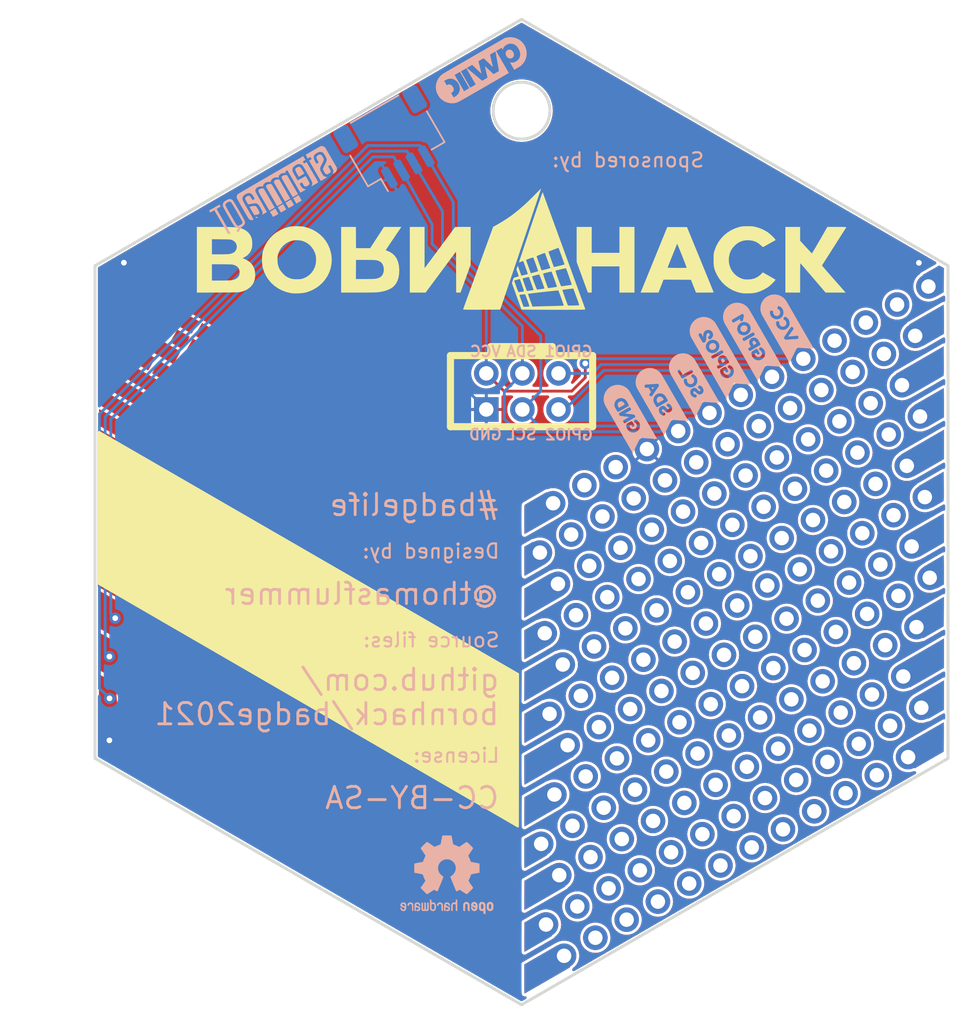
<source format=kicad_pcb>
(kicad_pcb (version 20210424) (generator pcbnew)
  (title_block (title "BornHack 2021 DIY Badge") (date "2021-06-13") (company "BornHack"))
  (layers (0 "F.Cu" signal) (31 "B.Cu" signal) (34 "B.Paste" user) (35 "F.Paste" user) (36 "B.SilkS" user "B.Silkscreen") (37 "F.SilkS" user "F.Silkscreen") (38 "B.Mask" user) (39 "F.Mask" user) (44 "Edge.Cuts" user))
  (net 0 "")
  (net 1 "GND")
  (net 2 "VCC")
  (net 3 "/SDA")
  (net 4 "/SCL")
  (net 5 "/GPIO2")
  (net 6 "/GPIO1")
  (footprint "" (layer "F.Cu") (at 80.996627 100.984856 -30)
    (fp_text reference "")
    (fp_text value "")
  )
  (footprint "badgelife_sao_v169bis:Badgelife-SAOv169-BADGE-2x3" (layer "F.Cu") (at 95 91.5)
    (fp_text reference "X1" hide)
    (fp_text value "#badgelife")
  )
  (footprint "" (layer "F.Cu") (at 94.129853 126.415296 -30)
    (fp_text reference "")
    (fp_text value "")
  )
  (footprint "" (layer "F.Cu") (at 83.13133 120.065296 -30)
    (fp_text reference "")
    (fp_text value "")
  )
  (footprint "" (layer "F.Cu") (at 80.361627 102.084704 -30)
    (fp_text reference "")
    (fp_text value "")
  )
  (footprint "Connectors:PTH_Proto_pad" (layer "F.Cu") (at 105.090001 97.771478 30)
    (fp_text reference "REF**" hide)
    (fp_text value "PTH_Proto_pad" hide)
  )
  (footprint "" (layer "F.Cu") (at 76.362067 119.090001 -30)
    (fp_text reference "")
    (fp_text value "")
  )
  (footprint "" (layer "F.Cu") (at 77.572514 91.675593 -30)
    (fp_text reference "")
    (fp_text value "")
  )
  (footprint "Connectors:PTH_Proto_pad" (layer "F.Cu") (at 104.840888 112.58 30)
    (fp_text reference "REF**" hide)
    (fp_text value "PTH_Proto_pad" hide)
  )
  (footprint "" (layer "F.Cu") (at 91.065445 103.865151 -30)
    (fp_text reference "")
    (fp_text value "")
  )
  (footprint "" (layer "F.Cu") (at 83.661186 103.989703 -30)
    (fp_text reference "")
    (fp_text value "")
  )
  (footprint "" (layer "F.Cu") (at 96.564706 107.040151 -30)
    (fp_text reference "")
    (fp_text value "")
  )
  (footprint "Connectors:PTH_Proto_pad" (layer "F.Cu") (at 101.960592 102.511183 30)
    (fp_text reference "REF**" hide)
    (fp_text value "PTH_Proto_pad" hide)
  )
  (footprint "Connectors:PTH_Proto_pad" (layer "F.Cu") (at 96.291183 102.851478 30)
    (fp_text reference "REF**" hide)
    (fp_text value "PTH_Proto_pad" hide)
  )
  (footprint "Connectors:PTH_Proto_pad" (layer "F.Cu") (at 97.31207 119.859705 30)
    (fp_text reference "REF**" hide)
    (fp_text value "PTH_Proto_pad" hide)
  )
  (footprint "" (layer "F.Cu") (at 75.837664 92.140445 -30)
    (fp_text reference "")
    (fp_text value "")
  )
  (footprint "Connectors:PTH_Proto_pad" (layer "F.Cu") (at 101.711479 117.319705 30)
    (fp_text reference "REF**" hide)
    (fp_text value "PTH_Proto_pad" hide)
  )
  (footprint "" (layer "F.Cu") (at 74.862366 98.909706 -30)
    (fp_text reference "")
    (fp_text value "")
  )
  (footprint "Connectors:PTH_Proto_pad" (layer "F.Cu") (at 100.192365 129.928523 30)
    (fp_text reference "REF**" hide)
    (fp_text value "PTH_Proto_pad" hide)
  )
  (footprint "" (layer "F.Cu") (at 85.860889 105.259706 -30)
    (fp_text reference "")
    (fp_text value "")
  )
  (footprint "" (layer "F.Cu") (at 96.499704 124.850592 -30)
    (fp_text reference "")
    (fp_text value "")
  )
  (footprint "" (layer "F.Cu") (at 77.867223 96.245149 -30)
    (fp_text reference "")
    (fp_text value "")
  )
  (footprint "" (layer "F.Cu") (at 76.702364 113.42059 -30)
    (fp_text reference "")
    (fp_text value "")
  )
  (footprint "Connectors:PTH_Proto_pad" (layer "F.Cu") (at 98.922365 127.728819 30)
    (fp_text reference "REF**" hide)
    (fp_text value "PTH_Proto_pad" hide)
  )
  (footprint "" (layer "F.Cu") (at 87.36059 125.439999 -30)
    (fp_text reference "")
    (fp_text value "")
  )
  (footprint "" (layer "F.Cu") (at 82.436775 95.950441 -30)
    (fp_text reference "")
    (fp_text value "")
  )
  (footprint "" (layer "F.Cu") (at 89.965595 103.230148 -30)
    (fp_text reference "")
    (fp_text value "")
  )
  (footprint "" (layer "F.Cu") (at 73.232659 114.350296 -30)
    (fp_text reference "")
    (fp_text value "")
  )
  (footprint "Connectors:Small_SMD_Proto_Pad" (layer "F.Cu") (at 77.107661 89.940739 -30)
    (fp_text reference "REF**" hide)
    (fp_text value "Small_SMD_Proto_Pad" hide)
  )
  (footprint "" (layer "F.Cu") (at 80.237071 94.680445 -30)
    (fp_text reference "")
    (fp_text value "")
  )
  (footprint "" (layer "F.Cu") (at 84.466333 100.055147 -30)
    (fp_text reference "")
    (fp_text value "")
  )
  (footprint "" (layer "F.Cu") (at 81.801774 97.050297 -30)
    (fp_text reference "")
    (fp_text value "")
  )
  (footprint "" (layer "F.Cu") (at 75.372811 90.405589 -30)
    (fp_text reference "")
    (fp_text value "")
  )
  (footprint "Connectors:PTH_Proto_pad" (layer "F.Cu") (at 121.417637 85.411774 30)
    (fp_text reference "REF**" hide)
    (fp_text value "PTH_Proto_pad" hide)
  )
  (footprint "Connectors:PTH_Proto_pad" (layer "F.Cu") (at 104.160296 101.241182 30)
    (fp_text reference "REF**" hide)
    (fp_text value "PTH_Proto_pad" hide)
  )
  (footprint "Connectors:PTH_Proto_pad" (layer "F.Cu") (at 123.617342 84.141773 30)
    (fp_text reference "REF**" hide)
    (fp_text value "PTH_Proto_pad" hide)
  )
  (footprint "Connectors:PTH_Proto_pad" (layer "F.Cu") (at 106.451183 120.449114 30)
    (fp_text reference "REF**" hide)
    (fp_text value "PTH_Proto_pad" hide)
  )
  (footprint "" (layer "F.Cu") (at 97.199708 105.940296 -30)
    (fp_text reference "")
    (fp_text value "")
  )
  (footprint "Connectors:PTH_Proto_pad" (layer "F.Cu") (at 111.099705 103.100592 30)
    (fp_text reference "REF**" hide)
    (fp_text value "PTH_Proto_pad" hide)
  )
  (footprint "" (layer "F.Cu") (at 75.092068 121.289704 -30)
    (fp_text reference "")
    (fp_text value "")
  )
  (footprint "Connectors:PTH_Proto_pad" (layer "F.Cu") (at 96.722661 128.998819 30)
    (fp_text reference "REF**" hide)
    (fp_text value "PTH_Proto_pad" hide)
  )
  (footprint "" (layer "F.Cu") (at 86.430886 121.970296 -30)
    (fp_text reference "")
    (fp_text value "")
  )
  (footprint "" (layer "F.Cu") (at 84.296185 102.889851 -30)
    (fp_text reference "")
    (fp_text value "")
  )
  (footprint "Connectors:PTH_Proto_pad" (layer "F.Cu") (at 121.849114 111.559114 30)
    (fp_text reference "REF**" hide)
    (fp_text value "PTH_Proto_pad" hide)
  )
  (footprint "Connectors:PTH_Proto_pad" (layer "F.Cu") (at 101.122069 126.458818 30)
    (fp_text reference "REF**" hide)
    (fp_text value "PTH_Proto_pad" hide)
  )
  (footprint "" (layer "F.Cu") (at 83.536627 96.585443 -30)
    (fp_text reference "")
    (fp_text value "")
  )
  (footprint "Connectors:PTH_Proto_pad" (layer "F.Cu") (at 105.770592 109.110296 30)
    (fp_text reference "REF**" hide)
    (fp_text value "PTH_Proto_pad" hide)
  )
  (footprint "Connectors:PTH_Proto_pad" (layer "F.Cu") (at 110.850592 117.909114 30)
    (fp_text reference "REF**" hide)
    (fp_text value "PTH_Proto_pad" hide)
  )
  (footprint "" (layer "F.Cu") (at 72.073252 88.500591 -30)
    (fp_text reference "")
    (fp_text value "")
  )
  (footprint "Connectors:Small_SMD_Proto_Pad" (layer "F.Cu") (at 74.907957 88.670739 -30)
    (fp_text reference "REF**" hide)
    (fp_text value "Small_SMD_Proto_Pad" hide)
  )
  (footprint "Connectors:Small_SMD_Proto_Pad" (layer "F.Cu") (at 69.408693 85.495737 -30)
    (fp_text reference "REF**" hide)
    (fp_text value "Small_SMD_Proto_Pad" hide)
  )
  (footprint "" (layer "F.Cu") (at 80.701921 96.415295 -30)
    (fp_text reference "")
    (fp_text value "")
  )
  (footprint "Connectors:PTH_Proto_pad" (layer "F.Cu") (at 96.631478 108.520887 30)
    (fp_text reference "REF**" hide)
    (fp_text value "PTH_Proto_pad" hide)
  )
  (footprint "LOGO" (layer "F.Cu") (at 95 81.5)
    (fp_text reference "G***" hide)
    (fp_text value "LOGO" hide)
  )
  (footprint "Connectors:PTH_Proto_pad" (layer "F.Cu") (at 103.230592 104.710887 30)
    (fp_text reference "REF**" hide)
    (fp_text value "PTH_Proto_pad" hide)
  )
  (footprint "Connectors:PTH_Proto_pad" (layer "F.Cu") (at 106.700296 105.640591 30)
    (fp_text reference "REF**" hide)
    (fp_text value "PTH_Proto_pad" hide)
  )
  (footprint "" (layer "F.Cu") (at 90.770741 99.295595 -30)
    (fp_text reference "")
    (fp_text value "")
  )
  (footprint "LOGO" (layer "F.Cu") (at 109.94 108.26)
    (fp_text reference "G***" hide)
    (fp_text value "LOGO" hide)
  )
  (footprint "" (layer "F.Cu") (at 74.102811 92.605297 -30)
    (fp_text reference "")
    (fp_text value "")
  )
  (footprint "Connectors:PTH_Proto_pad" (layer "F.Cu") (at 107.380887 116.979409 30)
    (fp_text reference "REF**" hide)
    (fp_text value "PTH_Proto_pad" hide)
  )
  (footprint "" (layer "F.Cu") (at 98.469705 103.74059 -30)
    (fp_text reference "")
    (fp_text value "")
  )
  (footprint "Connectors:PTH_Proto_pad" (layer "F.Cu") (at 113.390592 122.308523 30)
    (fp_text reference "REF**" hide)
    (fp_text value "PTH_Proto_pad" hide)
  )
  (footprint "Connectors:SMD_Proto_pad" (layer "F.Cu") (at 86.601034 119.13559 -30)
    (fp_text reference "REF**" hide)
    (fp_text value "SMD Proto pad" hide)
  )
  (footprint "Connectors:PTH_Proto_pad" (layer "F.Cu") (at 103.321774 125.188819 30)
    (fp_text reference "REF**" hide)
    (fp_text value "PTH_Proto_pad" hide)
  )
  (footprint "" (layer "F.Cu") (at 73.062511 117.185 -30)
    (fp_text reference "")
    (fp_text value "")
  )
  (footprint "Connectors:PTH_Proto_pad" (layer "F.Cu") (at 99.760887 103.781183 30)
    (fp_text reference "REF**" hide)
    (fp_text value "PTH_Proto_pad" hide)
  )
  (footprint "" (layer "F.Cu") (at 74.567661 94.340148 -30)
    (fp_text reference "")
    (fp_text value "")
  )
  (footprint "" (layer "F.Cu") (at 78.161922 100.814704 -30)
    (fp_text reference "")
    (fp_text value "")
  )
  (footprint "" (layer "F.Cu") (at 65.703841 107.070591 -30)
    (fp_text reference "")
    (fp_text value "")
  )
  (footprint "Connectors:PTH_Proto_pad" (layer "F.Cu") (at 118.288228 90.151478 30)
    (fp_text reference "REF**" hide)
    (fp_text value "PTH_Proto_pad" hide)
  )
  (footprint "Connectors:PTH_Proto_pad" (layer "F.Cu") (at 109.48941 95.231477 30)
    (fp_text reference "REF**" hide)
    (fp_text value "PTH_Proto_pad" hide)
  )
  (footprint "Connectors:PTH_Proto_pad" (layer "F.Cu") (at 106.019706 94.301773 30)
    (fp_text reference "REF**" hide)
    (fp_text value "PTH_Proto_pad" hide)
  )
  (footprint "Connectors:PTH_Proto_pad" (layer "F.Cu") (at 99.171478 112.920296 30)
    (fp_text reference "REF**" hide)
    (fp_text value "PTH_Proto_pad" hide)
  )
  (footprint "" (layer "F.Cu") (at 72.538105 90.235442 -30)
    (fp_text reference "")
    (fp_text value "")
  )
  (footprint "Connectors:PTH_Proto_pad" (layer "F.Cu") (at 110.510296 112.239705 30)
    (fp_text reference "REF**" hide)
    (fp_text value "PTH_Proto_pad" hide)
  )
  (footprint "" (layer "F.Cu") (at 82.561335 103.354706 -30)
    (fp_text reference "")
    (fp_text value "")
  )
  (footprint "Connectors:PTH_Proto_pad" (layer "F.Cu") (at 98.490888 101.581478 30)
    (fp_text reference "REF**" hide)
    (fp_text value "PTH_Proto_pad" hide)
  )
  (footprint "Connectors:Small_SMD_Proto_Pad" (layer "F.Cu") (at 85.906479 95.020742 -30)
    (fp_text reference "REF**" hide)
    (fp_text value "Small_SMD_Proto_Pad" hide)
  )
  (footprint "Connectors:Small_SMD_Proto_Pad" (layer "F.Cu") (at 80.407217 91.84574 -30)
    (fp_text reference "REF**" hide)
    (fp_text value "Small_SMD_Proto_Pad" hide)
  )
  (footprint "" (layer "F.Cu") (at 88.865743 102.595148 -30)
    (fp_text reference "")
    (fp_text value "")
  )
  (footprint "Connectors:PTH_Proto_pad" (layer "F.Cu") (at 123.119115 113.758818 30)
    (fp_text reference "REF**" hide)
    (fp_text value "PTH_Proto_pad" hide)
  )
  (footprint "" (layer "F.Cu") (at 84.990738 127.004705 -30)
    (fp_text reference "")
    (fp_text value "")
  )
  (footprint "Connectors:PTH_Proto_pad" (layer "F.Cu") (at 107.630001 102.170887 30)
    (fp_text reference "REF**" hide)
    (fp_text value "PTH_Proto_pad" hide)
  )
  (footprint "" (layer "F.Cu") (at 74.502658 112.15059 -30)
    (fp_text reference "")
    (fp_text value "")
  )
  (footprint "" (layer "F.Cu") (at 94.194853 108.604854 -30)
    (fp_text reference "")
    (fp_text value "")
  )
  (footprint "Connectors:PTH_Proto_pad" (layer "F.Cu") (at 106.791478 126.118523 30)
    (fp_text reference "REF**" hide)
    (fp_text value "PTH_Proto_pad" hide)
  )
  (footprint "" (layer "F.Cu") (at 90.830295 124.510296 -30)
    (fp_text reference "")
    (fp_text value "")
  )
  (footprint "" (layer "F.Cu") (at 75.262216 118.455001 -30)
    (fp_text reference "")
    (fp_text value "")
  )
  (footprint "Connectors:PTH_Proto_pad" (layer "F.Cu") (at 123.368228 98.950296 30)
    (fp_text reference "REF**" hide)
    (fp_text value "PTH_Proto_pad" hide)
  )
  (footprint "Connectors:PTH_Proto_pad" (layer "F.Cu") (at 111.44 108.77 30)
    (fp_text reference "REF**" hide)
    (fp_text value "PTH_Proto_pad" hide)
  )
  (footprint "" (layer "F.Cu") (at 89.390146 129.544704 -30)
    (fp_text reference "")
    (fp_text value "")
  )
  (footprint "Connectors:PTH_Proto_pad" (layer "F.Cu") (at 104.591774 127.388523 30)
    (fp_text reference "REF**" hide)
    (fp_text value "PTH_Proto_pad" hide)
  )
  (footprint "" (layer "F.Cu") (at 75.432362 115.620295 -30)
    (fp_text reference "")
    (fp_text value "")
  )
  (footprint "Connectors:PTH_Proto_pad" (layer "F.Cu") (at 111.689114 93.961478 30)
    (fp_text reference "REF**" hide)
    (fp_text value "PTH_Proto_pad" hide)
  )
  (footprint "" (layer "F.Cu") (at 88.060595 106.529705 -30)
    (fp_text reference "")
    (fp_text value "")
  )
  (footprint "" (layer "F.Cu") (at 83.301477 117.230592 -30)
    (fp_text reference "")
    (fp_text value "")
  )
  (footprint "" (layer "F.Cu") (at 84.231182 120.700297 -30)
    (fp_text reference "")
    (fp_text value "")
  )
  (footprint "Connectors:PTH_Proto_pad" (layer "F.Cu") (at 101.030888 105.980886 30)
    (fp_text reference "REF**" hide)
    (fp_text value "PTH_Proto_pad" hide)
  )
  (footprint "" (layer "F.Cu") (at 79.831773 118.160297 -30)
    (fp_text reference "")
    (fp_text value "")
  )
  (footprint "Connectors:PTH_Proto_pad" (layer "F.Cu") (at 119.217932 86.681773 30)
    (fp_text reference "REF**" hide)
    (fp_text value "PTH_Proto_pad" hide)
  )
  (footprint "" (layer "F.Cu") (at 76.937513 92.775443 -30)
    (fp_text reference "")
    (fp_text value "")
  )
  (footprint "" (layer "F.Cu") (at 86.201183 99.590295 -30)
    (fp_text reference "")
    (fp_text value "")
  )
  (footprint "" (layer "F.Cu") (at 89.500745 101.495298 -30)
    (fp_text reference "")
    (fp_text value "")
  )
  (footprint "Connectors:Small_SMD_Proto_Pad" (layer "F.Cu") (at 87.006331 95.655737 -30)
    (fp_text reference "REF**" hide)
    (fp_text value "Small_SMD_Proto_Pad" hide)
  )
  (footprint "" (layer "F.Cu") (at 82.266627 98.785148 -30)
    (fp_text reference "")
    (fp_text value "")
  )
  (footprint "Connectors:PTH_Proto_pad" (layer "F.Cu") (at 101.371183 111.650296 30)
    (fp_text reference "REF**" hide)
    (fp_text value "PTH_Proto_pad" hide)
  )
  (footprint "" (layer "F.Cu") (at 65.363544 112.740001 -30)
    (fp_text reference "")
    (fp_text value "")
  )
  (footprint "" (layer "F.Cu") (at 74.332512 114.985297 -30)
    (fp_text reference "")
    (fp_text value "")
  )
  (footprint "" (layer "F.Cu") (at 96.270004 102.470591 -30)
    (fp_text reference "")
    (fp_text value "")
  )
  (footprint "Connectors:PTH_Proto_pad" (layer "F.Cu") (at 110.419114 91.761773 30)
    (fp_text reference "REF**" hide)
    (fp_text value "PTH_Proto_pad" hide)
  )
  (footprint "Connectors:PTH_Proto_pad" (layer "F.Cu") (at 110.170001 106.570296 30)
    (fp_text reference "REF**" hide)
    (fp_text value "PTH_Proto_pad" hide)
  )
  (footprint "" (layer "F.Cu") (at 95.635002 103.570442 -30)
    (fp_text reference "")
    (fp_text value "")
  )
  (footprint "" (layer "F.Cu") (at 80.59133 124.464703 -30)
    (fp_text reference "")
    (fp_text value "")
  )
  (footprint "Connectors:Small_SMD_Proto_Pad" (layer "F.Cu") (at 65.009289 82.955739 -30)
    (fp_text reference "REF**" hide)
    (fp_text value "Small_SMD_Proto_Pad" hide)
  )
  (footprint "Connectors:PTH_Proto_pad" (layer "F.Cu") (at 106.110887 114.779705 30)
    (fp_text reference "REF**" hide)
    (fp_text value "PTH_Proto_pad" hide)
  )
  (footprint "" (layer "F.Cu") (at 97.834704 104.840444 -30)
    (fp_text reference "")
    (fp_text value "")
  )
  (footprint "" (layer "F.Cu") (at 73.467809 93.705147 -30)
    (fp_text reference "")
    (fp_text value "")
  )
  (footprint "" (layer "F.Cu") (at 86.260739 124.805002 -30)
    (fp_text reference "")
    (fp_text value "")
  )
  (footprint "" (layer "F.Cu") (at 81.691182 125.099705 -30)
    (fp_text reference "")
    (fp_text value "")
  )
  (footprint "Connectors:Small_SMD_Proto_Pad" (layer "F.Cu") (at 71.608404 86.765741 -30)
    (fp_text reference "REF**" hide)
    (fp_text value "Small_SMD_Proto_Pad" hide)
  )
  (footprint "" (layer "F.Cu") (at 72.197807 95.904852 -30)
    (fp_text reference "")
    (fp_text value "")
  )
  (footprint "" (layer "F.Cu") (at 77.062072 100.179705 -30)
    (fp_text reference "")
    (fp_text value "")
  )
  (footprint "Connectors:PTH_Proto_pad" (layer "F.Cu") (at 115.590297 121.038523 30)
    (fp_text reference "REF**" hide)
    (fp_text value "PTH_Proto_pad" hide)
  )
  (footprint "Connectors:PTH_Proto_pad" (layer "F.Cu") (at 101.620297 96.841773 30)
    (fp_text reference "REF**" hide)
    (fp_text value "PTH_Proto_pad" hide)
  )
  (footprint "" (layer "F.Cu") (at 79.772216 92.94559 -30)
    (fp_text reference "")
    (fp_text value "")
  )
  (footprint "Connectors:PTH_Proto_pad" (layer "F.Cu") (at 121.508819 105.889705 30)
    (fp_text reference "REF**" hide)
    (fp_text value "PTH_Proto_pad" hide)
  )
  (footprint "Connectors:Small_SMD_Proto_Pad" (layer "F.Cu") (at 89.206036 96.925741 -30)
    (fp_text reference "REF**" hide)
    (fp_text value "Small_SMD_Proto_Pad" hide)
  )
  (footprint "Connectors:PTH_Proto_pad" (layer "F.Cu") (at 98.582069 122.05941 30)
    (fp_text reference "REF**" hide)
    (fp_text value "PTH_Proto_pad" hide)
  )
  (footprint "Connectors:PTH_Proto_pad" (layer "F.Cu") (at 120.238819 103.690001 30)
    (fp_text reference "REF**" hide)
    (fp_text value "PTH_Proto_pad" hide)
  )
  (footprint "" (layer "F.Cu") (at 95.929708 108.139999 -30)
    (fp_text reference "")
    (fp_text value "")
  )
  (footprint "" (layer "F.Cu") (at 64.204137 86.890297 -30)
    (fp_text reference "")
    (fp_text value "")
  )
  (footprint "" (layer "F.Cu") (at 65.598694 92.094855 -30)
    (fp_text reference "")
    (fp_text value "")
  )
  (footprint "" (layer "F.Cu") (at 77.402364 94.510295 -30)
    (fp_text reference "")
    (fp_text value "")
  )
  (footprint "" (layer "F.Cu") (at 70.633108 93.535002 -30)
    (fp_text reference "")
    (fp_text value "")
  )
  (footprint "Connectors:Small_SMD_Proto_Pad" (layer "F.Cu") (at 72.708254 87.400737 -30)
    (fp_text reference "REF**" hide)
    (fp_text value "Small_SMD_Proto_Pad" hide)
  )
  (footprint "Connectors:PTH_Proto_pad" (layer "F.Cu") (at 102.392069 128.658523 30)
    (fp_text reference "REF**" hide)
    (fp_text value "PTH_Proto_pad" hide)
  )
  (footprint "" (layer "F.Cu") (at 97.599556 125.485591 -30)
    (fp_text reference "")
    (fp_text value "")
  )
  (footprint "" (layer "F.Cu") (at 71.73296 94.17 -30)
    (fp_text reference "")
    (fp_text value "")
  )
  (footprint "Connectors:PTH_Proto_pad" (layer "F.Cu") (at 123.708524 104.619705 30)
    (fp_text reference "REF**" hide)
    (fp_text value "PTH_Proto_pad" hide)
  )
  (footprint "" (layer "F.Cu") (at 70.862805 115.915001 -30)
    (fp_text reference "")
    (fp_text value "")
  )
  (footprint "" (layer "F.Cu") (at 73.637957 90.870444 -30)
    (fp_text reference "")
    (fp_text value "")
  )
  (footprint "Connectors:PTH_Proto_pad" (layer "F.Cu") (at 119.64941 112.829114 30)
    (fp_text reference "REF**" hide)
    (fp_text value "PTH_Proto_pad" hide)
  )
  (footprint "Connectors:PTH_Proto_pad" (layer "F.Cu") (at 96.382364 123.329409 30)
    (fp_text reference "REF**" hide)
    (fp_text value "PTH_Proto_pad" hide)
  )
  (footprint "" (layer "F.Cu") (at 81.166774 98.150146 -30)
    (fp_text reference "")
    (fp_text value "")
  )
  (footprint "" (layer "F.Cu") (at 86.090592 127.639705 -30)
    (fp_text reference "")
    (fp_text value "")
  )
  (footprint "" (layer "F.Cu") (at 74.272955 89.77059 -30)
    (fp_text reference "")
    (fp_text value "")
  )
  (footprint "" (layer "F.Cu") (at 76.532215 116.255295 -30)
    (fp_text reference "")
    (fp_text value "")
  )
  (footprint "" (layer "F.Cu") (at 94.535151 102.935445 -30)
    (fp_text reference "")
    (fp_text value "")
  )
  (footprint "Connectors:PTH_Proto_pad" (layer "F.Cu") (at 102.890297 99.041478 30)
    (fp_text reference "REF**" hide)
    (fp_text value "PTH_Proto_pad" hide)
  )
  (footprint "" (layer "F.Cu") (at 76.132365 96.71 -30)
    (fp_text reference "")
    (fp_text value "")
  )
  (footprint "" (layer "F.Cu") (at 84.931188 101.790002 -30)
    (fp_text reference "")
    (fp_text value "")
  )
  (footprint "Connectors:PTH_Proto_pad" (layer "F.Cu") (at 99.420592 98.111773 30)
    (fp_text reference "REF**" hide)
    (fp_text value "PTH_Proto_pad" hide)
  )
  (footprint "Connectors:PTH_Proto_pad" (layer "F.Cu") (at 113.888819 92.691478 30)
    (fp_text reference "REF**" hide)
    (fp_text value "PTH_Proto_pad" hide)
  )
  (footprint "Connectors:PTH_Proto_pad" (layer "F.Cu") (at 108.21941 93.031774 30)
    (fp_text reference "REF**" hide)
    (fp_text value "PTH_Proto_pad" hide)
  )
  (footprint "Connectors:PTH_Proto_pad" (layer "F.Cu") (at 116.520001 117.568819 30)
    (fp_text reference "REF**" hide)
    (fp_text value "PTH_Proto_pad" hide)
  )
  (footprint "Connectors:PTH_Proto_pad" (layer "F.Cu") (at 116.088524 91.421477 30)
    (fp_text reference "REF**" hide)
    (fp_text value "PTH_Proto_pad" hide)
  )
  (footprint "" (layer "F.Cu") (at 70.803256 90.700295 -30)
    (fp_text reference "")
    (fp_text value "")
  )
  (footprint "" (layer "F.Cu") (at 64.668991 88.625147 -30)
    (fp_text reference "")
    (fp_text value "")
  )
  (footprint "Connectors:PTH_Proto_pad" (layer "F.Cu") (at 107.289705 96.501478 30)
    (fp_text reference "REF**" hide)
    (fp_text value "PTH_Proto_pad" hide)
  )
  (footprint "Connectors:Small_SMD_Proto_Pad" (layer "F.Cu") (at 66.10914 83.59074 -30)
    (fp_text reference "REF**" hide)
    (fp_text value "Small_SMD_Proto_Pad" hide)
  )
  (footprint "" (layer "F.Cu") (at 79.431922 98.614999 -30)
    (fp_text reference "")
    (fp_text value "")
  )
  (footprint "" (layer "F.Cu") (at 72.367959 93.070148 -30)
    (fp_text reference "")
    (fp_text value "")
  )
  (footprint "Connectors:PTH_Proto_pad" (layer "F.Cu") (at 109.240297 110.040001 30)
    (fp_text reference "REF**" hide)
    (fp_text value "PTH_Proto_pad" hide)
  )
  (footprint "Connectors:PTH_Proto_pad" (layer "F.Cu") (at 112.710001 110.969705 30)
    (fp_text reference "REF**" hide)
    (fp_text value "PTH_Proto_pad" hide)
  )
  (footprint "" (layer "F.Cu") (at 88.230738 103.695 -30)
    (fp_text reference "")
    (fp_text value "")
  )
  (footprint "Connectors:PTH_Proto_pad" (layer "F.Cu") (at 113.980001 113.169409 30)
    (fp_text reference "REF**" hide)
    (fp_text value "PTH_Proto_pad" hide)
  )
  (footprint "Connectors:Small_SMD_Proto_Pad" (layer "F.Cu") (at 76.00781 89.30574 -30)
    (fp_text reference "REF**" hide)
    (fp_text value "Small_SMD_Proto_Pad" hide)
  )
  (footprint "" (layer "F.Cu") (at 88.290296 128.909705 -30)
    (fp_text reference "")
    (fp_text value "")
  )
  (footprint "Connectors:PTH_Proto_pad" (layer "F.Cu") (at 108.559706 98.701182 30)
    (fp_text reference "REF**" hide)
    (fp_text value "PTH_Proto_pad" hide)
  )
  (footprint "" (layer "F.Cu") (at 74.162365 117.820001 -30)
    (fp_text reference "")
    (fp_text value "")
  )
  (footprint "" (layer "F.Cu") (at 78.037367 93.410445 -30)
    (fp_text reference "")
    (fp_text value "")
  )
  (footprint "Connectors:PTH_Proto_pad" (layer "F.Cu") (at 119.898524 98.020591 30)
    (fp_text reference "REF**" hide)
    (fp_text value "PTH_Proto_pad" hide)
  )
  (footprint "" (layer "F.Cu") (at 73.002957 91.970294 -30)
    (fp_text reference "")
    (fp_text value "")
  )
  (footprint "Connectors:PTH_Proto_pad" (layer "F.Cu") (at 114.909705 109.699705 30)
    (fp_text reference "REF**" hide)
    (fp_text value "PTH_Proto_pad" hide)
  )
  (footprint "" (layer "F.Cu") (at 88.571038 98.025591 -30)
    (fp_text reference "")
    (fp_text value "")
  )
  (footprint "" (layer "F.Cu") (at 84.061035 123.535 -30)
    (fp_text reference "")
    (fp_text value "")
  )
  (footprint "Connectors:PTH_Proto_pad" (layer "F.Cu") (at 107.721183 122.648818 30)
    (fp_text reference "REF**" hide)
    (fp_text value "PTH_Proto_pad" hide)
  )
  (footprint "" (layer "F.Cu") (at 97.369852 103.105593 -30)
    (fp_text reference "")
    (fp_text value "")
  )
  (footprint "" (layer "F.Cu") (at 79.491477 123.829704 -30)
    (fp_text reference "")
    (fp_text value "")
  )
  (footprint "" (layer "F.Cu") (at 86.836185 98.490442 -30)
    (fp_text reference "")
    (fp_text value "")
  )
  (footprint "Connectors:PTH_Proto_pad" (layer "F.Cu") (at 118.37941 110.62941 30)
    (fp_text reference "REF**" hide)
    (fp_text value "PTH_Proto_pad" hide)
  )
  (footprint "" (layer "F.Cu") (at 87.301038 100.225298 -30)
    (fp_text reference "")
    (fp_text value "")
  )
  (footprint "Connectors:PTH_Proto_pad" (layer "F.Cu") (at 115.499114 100.560592 30)
    (fp_text reference "REF**" hide)
    (fp_text value "PTH_Proto_pad" hide)
  )
  (footprint "" (layer "F.Cu") (at 77.232219 97.344999 -30)
    (fp_text reference "")
    (fp_text value "")
  )
  (footprint "Connectors:PTH_Proto_pad" (layer "F.Cu") (at 102.981478 119.519409 30)
    (fp_text reference "REF**" hide)
    (fp_text value "PTH_Proto_pad" hide)
  )
  (footprint "" (layer "F.Cu") (at 80.066922 97.515146 -30)
    (fp_text reference "")
    (fp_text value "")
  )
  (footprint "" (layer "F.Cu") (at 81.861328 122.265 -30)
    (fp_text reference "")
    (fp_text value "")
  )
  (footprint "" (layer "F.Cu") (at 77.632068 116.890295 -30)
    (fp_text reference "")
    (fp_text value "")
  )
  (footprint "" (layer "F.Cu") (at 85.160887 124.17 -30)
    (fp_text reference "")
    (fp_text value "")
  )
  (footprint "" (layer "F.Cu") (at 78.902068 114.690592 -30)
    (fp_text reference "")
    (fp_text value "")
  )
  (footprint "Connectors:PTH_Proto_pad" (layer "F.Cu") (at 97.561183 105.051182 30)
    (fp_text reference "REF**" hide)
    (fp_text value "PTH_Proto_pad" hide)
  )
  (footprint "" (layer "F.Cu") (at 75.602513 112.78559 -30)
    (fp_text reference "")
    (fp_text value "")
  )
  (footprint "" (layer "F.Cu") (at 84.761036 104.624705 -30)
    (fp_text reference "")
    (fp_text value "")
  )
  (footprint "Connectors:PTH_Proto_pad" (layer "F.Cu") (at 107.040592 111.310001 30)
    (fp_text reference "REF**" hide)
    (fp_text value "PTH_Proto_pad" hide)
  )
  (footprint "Connectors:PTH_Proto_pad" (layer "F.Cu") (at 122.687637 87.611478 30)
    (fp_text reference "REF**" hide)
    (fp_text value "PTH_Proto_pad" hide)
  )
  (footprint "" (layer "F.Cu") (at 75.032516 96.075003 -30)
    (fp_text reference "")
    (fp_text value "")
  )
  (footprint "" (layer "F.Cu") (at 80.87207 93.580589 -30)
    (fp_text reference "")
    (fp_text value "")
  )
  (footprint "" (layer "F.Cu") (at 96.329557 127.685297 -30)
    (fp_text reference "")
    (fp_text value "")
  )
  (footprint "Connectors:PTH_Proto_pad" (layer "F.Cu") (at 108.650888 119.179114 30)
    (fp_text reference "REF**" hide)
    (fp_text value "PTH_Proto_pad" hide)
  )
  (footprint "Connectors:Small_SMD_Proto_Pad" (layer "F.Cu") (at 82.606922 93.115738 -30)
    (fp_text reference "REF**" hide)
    (fp_text value "Small_SMD_Proto_Pad" hide)
  )
  (footprint "" (layer "F.Cu") (at 82.031477 119.430296 -30)
    (fp_text reference "")
    (fp_text value "")
  )
  (footprint "" (layer "F.Cu") (at 93.959703 129.25 -30)
    (fp_text reference "")
    (fp_text value "")
  )
  (footprint "" (layer "F.Cu") (at 95.229705 127.050296 -30)
    (fp_text reference "")
    (fp_text value "")
  )
  (footprint "" (layer "F.Cu") (at 76.767366 95.610148 -30)
    (fp_text reference "")
    (fp_text value "")
  )
  (footprint "" (layer "F.Cu") (at 78.332073 97.979999 -30)
    (fp_text reference "")
    (fp_text value "")
  )
  (footprint "" (layer "F.Cu") (at 94.365003 105.770146 -30)
    (fp_text reference "")
    (fp_text value "")
  )
  (footprint "" (layer "F.Cu") (at 82.731477 100.520001 -30)
    (fp_text reference "")
    (fp_text value "")
  )
  (footprint "" (layer "F.Cu") (at 85.396036 103.52485 -30)
    (fp_text reference "")
    (fp_text value "")
  )
  (footprint "" (layer "F.Cu") (at 72.132808 113.715297 -30)
    (fp_text reference "")
    (fp_text value "")
  )
  (footprint "Connectors:PTH_Proto_pad" (layer "F.Cu") (at 107.970296 107.840296 30)
    (fp_text reference "REF**" hide)
    (fp_text value "PTH_Proto_pad" hide)
  )
  (footprint "Connectors:PTH_Proto_pad" (layer "F.Cu") (at 108.991183 124.848523 30)
    (fp_text reference "REF**" hide)
    (fp_text value "PTH_Proto_pad" hide)
  )
  (footprint "Connectors:PTH_Proto_pad" (layer "F.Cu") (at 98.831183 107.250887 30)
    (fp_text reference "REF**" hide)
    (fp_text value "PTH_Proto_pad" hide)
  )
  (footprint "" (layer "F.Cu") (at 87.530738 122.605295 -30)
    (fp_text reference "")
    (fp_text value "")
  )
  (footprint "" (layer "F.Cu") (at 83.366481 99.420149 -30)
    (fp_text reference "")
    (fp_text value "")
  )
  (footprint "" (layer "F.Cu") (at 78.731921 117.525295 -30)
    (fp_text reference "")
    (fp_text value "")
  )
  (footprint "Connectors:Small_SMD_Proto_Pad" (layer "F.Cu") (at 78.207514 90.575741 -30)
    (fp_text reference "REF**" hide)
    (fp_text value "Small_SMD_Proto_Pad" hide)
  )
  (footprint "" (layer "F.Cu") (at 76.472663 91.040592 -30)
    (fp_text reference "")
    (fp_text value "")
  )
  (footprint "" (layer "F.Cu") (at 82.791033 125.734705 -30)
    (fp_text reference "")
    (fp_text value "")
  )
  (footprint "Connectors:PTH_Proto_pad" (layer "F.Cu") (at 111.780297 114.43941 30)
    (fp_text reference "REF**" hide)
    (fp_text value "PTH_Proto_pad" hide)
  )
  (footprint "Connectors:PTH_Proto_pad" (layer "F.Cu") (at 123.027932 93.280887 30)
    (fp_text reference "REF**" hide)
    (fp_text value "PTH_Proto_pad" hide)
  )
  (footprint "" (layer "F.Cu") (at 75.497368 97.809852 -30)
    (fp_text reference "")
    (fp_text value "")
  )
  (footprint "" (layer "F.Cu") (at 69.7034 90.065295 -30)
    (fp_text reference "")
    (fp_text value "")
  )
  (footprint "Connectors:PTH_Proto_pad" (layer "F.Cu") (at 117.790001 119.768523 30)
    (fp_text reference "REF**" hide)
    (fp_text value "PTH_Proto_pad" hide)
  )
  (footprint "" (layer "F.Cu") (at 87.765891 101.960146 -30)
    (fp_text reference "")
    (fp_text value "")
  )
  (footprint "Connectors:PTH_Proto_pad" (layer "F.Cu") (at 118.628523 95.820887 30)
    (fp_text reference "REF**" hide)
    (fp_text value "PTH_Proto_pad" hide)
  )
  (footprint "Connectors:PTH_Proto_pad" (layer "F.Cu") (at 122.438523 102.42 30)
    (fp_text reference "REF**" hide)
    (fp_text value "PTH_Proto_pad" hide)
  )
  (footprint "Connectors:PTH_Proto_pad" (layer "F.Cu") (at 120.579114 109.359409 30)
    (fp_text reference "REF**" hide)
    (fp_text value "PTH_Proto_pad" hide)
  )
  (footprint "" (layer "F.Cu") (at 85.271481 96.120592 -30)
    (fp_text reference "")
    (fp_text value "")
  )
  (footprint "" (layer "F.Cu") (at 84.40133 117.865593 -30)
    (fp_text reference "")
    (fp_text value "")
  )
  (footprint "" (layer "F.Cu") (at 89.035886 99.760443 -30)
    (fp_text reference "")
    (fp_text value "")
  )
  (footprint "" (layer "F.Cu") (at 76.191921 121.924706 -30)
    (fp_text reference "")
    (fp_text value "")
  )
  (footprint "" (layer "F.Cu") (at 75.20266 93.240296 -30)
    (fp_text reference "")
    (fp_text value "")
  )
  (footprint "Connectors:PTH_Proto_pad" (layer "F.Cu") (at 98.241774 116.39 30)
    (fp_text reference "REF**" hide)
    (fp_text value "PTH_Proto_pad" hide)
  )
  (footprint "" (layer "F.Cu") (at 81.336925 95.315444 -30)
    (fp_text reference "")
    (fp_text value "")
  )
  (footprint "" (layer "F.Cu") (at 85.501181 118.500591 -30)
    (fp_text reference "")
    (fp_text value "")
  )
  (footprint "Connectors:PTH_Proto_pad" (layer "F.Cu") (at 114.320296 118.838819 30)
    (fp_text reference "REF**" hide)
    (fp_text value "PTH_Proto_pad" hide)
  )
  (footprint "Connectors:Small_SMD_Proto_Pad" (layer "F.Cu") (at 83.706775 93.750742 -30)
    (fp_text reference "REF**" hide)
    (fp_text value "Small_SMD_Proto_Pad" hide)
  )
  (footprint "" (layer "F.Cu") (at 79.602074 95.780298 -30)
    (fp_text reference "")
    (fp_text value "")
  )
  (footprint "Connectors:PTH_Proto_pad" (layer "F.Cu") (at 113.639706 107.500001 30)
    (fp_text reference "REF**" hide)
    (fp_text value "PTH_Proto_pad" hide)
  )
  (footprint "Connectors:PTH_Proto_pad" (layer "F.Cu") (at 105.521478 123.918818 30)
    (fp_text reference "REF**" hide)
    (fp_text value "PTH_Proto_pad" hide)
  )
  (footprint "Connectors:PTH_Proto_pad" (layer "F.Cu") (at 102.051774 122.989114 30)
    (fp_text reference "REF**" hide)
    (fp_text value "PTH_Proto_pad" hide)
  )
  (footprint "" (layer "F.Cu") (at 96.15941 130.52 -30)
    (fp_text reference "")
    (fp_text value "")
  )
  (footprint "" (layer "F.Cu") (at 64.093545 114.939705 -30)
    (fp_text reference "")
    (fp_text value "")
  )
  (footprint "Connectors:PTH_Proto_pad" (layer "F.Cu") (at 103.820001 95.571774 30)
    (fp_text reference "REF**" hide)
    (fp_text value "PTH_Proto_pad" hide)
  )
  (footprint "Connectors:PTH_Proto_pad" (layer "F.Cu") (at 106.360001 99.971183 30)
    (fp_text reference "REF**" hide)
    (fp_text value "PTH_Proto_pad" hide)
  )
  (footprint "" (layer "F.Cu") (at 82.901625 97.685295 -30)
    (fp_text reference "")
    (fp_text value "")
  )
  (footprint "" (layer "F.Cu") (at 81.101773 115.96059 -30)
    (fp_text reference "")
    (fp_text value "")
  )
  (footprint "" (layer "F.Cu") (at 98.69941 126.120592 -30)
    (fp_text reference "")
    (fp_text value "")
  )
  (footprint "" (layer "F.Cu") (at 64.498842 91.459852 -30)
    (fp_text reference "")
    (fp_text value "")
  )
  (footprint "" (layer "F.Cu") (at 89.730444 123.875295 -30)
    (fp_text reference "")
    (fp_text value "")
  )
  (footprint "Connectors:PTH_Proto_pad" (layer "F.Cu") (at 99.511774 118.589705 30)
    (fp_text reference "REF**" hide)
    (fp_text value "PTH_Proto_pad" hide)
  )
  (footprint "" (layer "F.Cu") (at 72.83281 94.805001 -30)
    (fp_text reference "")
    (fp_text value "")
  )
  (footprint "" (layer "F.Cu") (at 96.099855 105.305297 -30)
    (fp_text reference "")
    (fp_text value "")
  )
  (footprint "" (layer "F.Cu") (at 79.661626 120.995001 -30)
    (fp_text reference "")
    (fp_text value "")
  )
  (footprint "" (layer "F.Cu") (at 89.330593 104.33 -30)
    (fp_text reference "")
    (fp_text value "")
  )
  (footprint "" (layer "F.Cu") (at 65.47414 84.690593 -30)
    (fp_text reference "")
    (fp_text value "")
  )
  (footprint "Connectors:PTH_Proto_pad" (layer "F.Cu") (at 105.430297 103.440887 30)
    (fp_text reference "REF**" hide)
    (fp_text value "PTH_Proto_pad" hide)
  )
  (footprint "Connectors:PTH_Proto_pad" (layer "F.Cu") (at 122.189409 117.228523 30)
    (fp_text reference "REF**" hide)
    (fp_text value "PTH_Proto_pad" hide)
  )
  (footprint "Connectors:PTH_Proto_pad" (layer "F.Cu") (at 122.098228 96.750592 30)
    (fp_text reference "REF**" hide)
    (fp_text value "PTH_Proto_pad" hide)
  )
  (footprint "" (layer "F.Cu") (at 75.667515 94.975149 -30)
    (fp_text reference "")
    (fp_text value "")
  )
  (footprint "" (layer "F.Cu") (at 77.291772 122.559705 -30)
    (fp_text reference "")
    (fp_text value "")
  )
  (footprint "" (layer "F.Cu") (at 80.931624 118.795296 -30)
    (fp_text reference "")
    (fp_text value "")
  )
  (footprint "" (layer "F.Cu") (at 83.196334 102.254851 -30)
    (fp_text reference "")
    (fp_text value "")
  )
  (footprint "Connectors:Small_SMD_Proto_Pad" (layer "F.Cu") (at 73.808106 88.035738 -30)
    (fp_text reference "REF**" hide)
    (fp_text value "Small_SMD_Proto_Pad" hide)
  )
  (footprint "Connectors:PTH_Proto_pad" (layer "F.Cu") (at 114.56941 104.030296 30)
    (fp_text reference "REF**" hide)
    (fp_text value "PTH_Proto_pad" hide)
  )
  (footprint "" (layer "F.Cu") (at 78.391624 123.194706 -30)
    (fp_text reference "")
    (fp_text value "")
  )
  (footprint "Connectors:SMD_Proto_pad" (layer "F.Cu") (at 73.402808 111.515592 -30)
    (fp_text reference "REF**" hide)
    (fp_text value "SMD Proto pad" hide)
  )
  (footprint "Connectors:PTH_Proto_pad" (layer "F.Cu") (at 116.769115 102.760295 30)
    (fp_text reference "REF**" hide)
    (fp_text value "PTH_Proto_pad" hide)
  )
  (footprint "Connectors:SMD_Proto_pad" (layer "F.Cu") (at 77.802215 114.055592 -30)
    (fp_text reference "REF**" hide)
    (fp_text value "SMD Proto pad" hide)
  )
  (footprint "" (layer "F.Cu") (at 84.171628 95.485591 -30)
    (fp_text reference "")
    (fp_text value "")
  )
  (footprint "" (layer "F.Cu") (at 85.736334 97.855444 -30)
    (fp_text reference "")
    (fp_text value "")
  )
  (footprint "" (layer "F.Cu") (at 82.096478 101.619852 -30)
    (fp_text reference "")
    (fp_text value "")
  )
  (footprint "Connectors:PTH_Proto_pad" (layer "F.Cu") (at 100.101182 109.450591 30)
    (fp_text reference "REF**" hide)
    (fp_text value "PTH_Proto_pad" hide)
  )
  (footprint "" (layer "F.Cu") (at 87.130889 103.059998 -30)
    (fp_text reference "")
    (fp_text value "")
  )
  (footprint "Connectors:PTH_Proto_pad" (layer "F.Cu") (at 100.441478 115.120001 30)
    (fp_text reference "REF**" hide)
    (fp_text value "PTH_Proto_pad" hide)
  )
  (footprint "" (layer "F.Cu") (at 87.190443 128.274705 -30)
    (fp_text reference "")
    (fp_text value "")
  )
  (footprint "" (layer "F.Cu") (at 81.971923 94.21559 -30)
    (fp_text reference "")
    (fp_text value "")
  )
  (footprint "" (layer "F.Cu") (at 86.031036 102.425001 -30)
    (fp_text reference "")
    (fp_text value "")
  )
  (footprint "" (layer "F.Cu") (at 78.502219 95.145297 -30)
    (fp_text reference "")
    (fp_text value "")
  )
  (footprint "" (layer "F.Cu") (at 79.261776 101.449703 -30)
    (fp_text reference "")
    (fp_text value "")
  )
  (footprint "" (layer "F.Cu") (at 78.796924 99.714852 -30)
    (fp_text reference "")
    (fp_text value "")
  )
  (footprint "" (layer "F.Cu") (at 73.992216 120.654706 -30)
    (fp_text reference "")
    (fp_text value "")
  )
  (footprint "" (layer "F.Cu") (at 73.29766 96.539851 -30)
    (fp_text reference "")
    (fp_text value "")
  )
  (footprint "" (layer "F.Cu") (at 78.672365 92.310592 -30)
    (fp_text reference "")
    (fp_text value "")
  )
  (footprint "" (layer "F.Cu") (at 80.761478 121.63 -30)
    (fp_text reference "")
    (fp_text value "")
  )
  (footprint "" (layer "F.Cu") (at 71.79251 119.384706 -30)
    (fp_text reference "")
    (fp_text value "")
  )
  (footprint "Connectors:PTH_Proto_pad" (layer "F.Cu") (at 103.911182 116.049705 30)
    (fp_text reference "REF**" hide)
    (fp_text value "PTH_Proto_pad" hide)
  )
  (footprint "" (layer "F.Cu") (at 85.331033 121.335297 -30)
    (fp_text reference "")
    (fp_text value "")
  )
  (footprint "Connectors:PTH_Proto_pad" (layer "F.Cu") (at 118.719706 116.298818 30)
    (fp_text reference "REF**" hide)
    (fp_text value "PTH_Proto_pad" hide)
  )
  (footprint "Connectors:PTH_Proto_pad" (layer "F.Cu") (at 104.251479 121.719114 30)
    (fp_text reference "REF**" hide)
    (fp_text value "PTH_Proto_pad" hide)
  )
  (footprint "Connectors:PTH_Proto_pad" (layer "F.Cu") (at 97.652365 125.529114 30)
    (fp_text reference "REF**" hide)
    (fp_text value "PTH_Proto_pad" hide)
  )
  (footprint "Connectors:PTH_Proto_pad" (layer "F.Cu") (at 108.310592 113.509704 30)
    (fp_text reference "REF**" hide)
    (fp_text value "PTH_Proto_pad" hide)
  )
  (footprint "" (layer "F.Cu") (at 88.400891 100.860296 -30)
    (fp_text reference "")
    (fp_text value "")
  )
  (footprint "" (layer "F.Cu") (at 69.998103 94.634852 -30)
    (fp_text reference "")
    (fp_text value "")
  )
  (footprint "" (layer "F.Cu") (at 89.160444 107.164706 -30)
    (fp_text reference "")
    (fp_text value "")
  )
  (footprint "Connectors:PTH_Proto_pad" (layer "F.Cu") (at 112.029411 99.630887 30)
    (fp_text reference "REF**" hide)
    (fp_text value "PTH_Proto_pad" hide)
  )
  (footprint "" (layer "F.Cu") (at 86.495887 104.159854 -30)
    (fp_text reference "")
    (fp_text value "")
  )
  (footprint "" (layer "F.Cu") (at 88.695597 105.429852 -30)
    (fp_text reference "")
    (fp_text value "")
  )
  (footprint "" (layer "F.Cu") (at 83.071776 94.850593 -30)
    (fp_text reference "")
    (fp_text value "")
  )
  (footprint "Connectors:PTH_Proto_pad" (layer "F.Cu") (at 109.580592 115.709409 30)
    (fp_text reference "REF**" hide)
    (fp_text value "PTH_Proto_pad" hide)
  )
  (footprint "Connectors:PTH_Proto_pad" (layer "F.Cu") (at 103.570887 110.380296 30)
    (fp_text reference "REF**" hide)
    (fp_text value "PTH_Proto_pad" hide)
  )
  (footprint "Connectors:Small_SMD_Proto_Pad" (layer "F.Cu") (at 79.307365 91.210739 -30)
    (fp_text reference "REF**" hide)
    (fp_text value "Small_SMD_Proto_Pad" hide)
  )
  (footprint "Connectors:Small_SMD_Proto_Pad" (layer "F.Cu") (at 70.508549 86.130741 -30)
    (fp_text reference "REF**" hide)
    (fp_text value "Small_SMD_Proto_Pad" hide)
  )
  (footprint "Connectors:PTH_Proto_pad" (layer "F.Cu") (at 122.77882 108.08941 30)
    (fp_text reference "REF**" hide)
    (fp_text value "PTH_Proto_pad" hide)
  )
  (footprint "" (layer "F.Cu") (at 87.700887 119.77059 -30)
    (fp_text reference "")
    (fp_text value "")
  )
  (footprint "Connectors:Small_SMD_Proto_Pad" (layer "F.Cu") (at 95.80515 100.735741 -30)
    (fp_text reference "REF**" hide)
    (fp_text value "Small_SMD_Proto_Pad" hide)
  )
  (footprint "" (layer "F.Cu") (at 89.795448 106.064854 -30)
    (fp_text reference "")
    (fp_text value "")
  )
  (footprint "" (layer "F.Cu") (at 85.566184 100.69015 -30)
    (fp_text reference "")
    (fp_text value "")
  )
  (footprint "Connectors:PTH_Proto_pad" (layer "F.Cu") (at 112.120592 120.108818 30)
    (fp_text reference "REF**" hide)
    (fp_text value "PTH_Proto_pad" hide)
  )
  (footprint "Connectors:PTH_Proto_pad" (layer "F.Cu") (at 112.618819 90.491773 30)
    (fp_text reference "REF**" hide)
    (fp_text value "PTH_Proto_pad" hide)
  )
  (footprint "Connectors:PTH_Proto_pad" (layer "F.Cu") (at 113.050296 116.639114 30)
    (fp_text reference "REF**" hide)
    (fp_text value "PTH_Proto_pad" hide)
  )
  (footprint "" (layer "F.Cu") (at 87.471186 97.39059 -30)
    (fp_text reference "")
    (fp_text value "")
  )
  (footprint "" (layer "F.Cu") (at 88.800738 120.405591 -30)
    (fp_text reference "")
    (fp_text value "")
  )
  (footprint "" (layer "F.Cu") (at 71.097954 95.269853 -30)
    (fp_text reference "")
    (fp_text value "")
  )
  (footprint "Connectors:Small_SMD_Proto_Pad" (layer "F.Cu") (at 84.806629 94.385739 -30)
    (fp_text reference "REF**" hide)
    (fp_text value "Small_SMD_Proto_Pad" hide)
  )
  (footprint "Connectors:PTH_Proto_pad" (layer "F.Cu") (at 105.181183 118.24941 30)
    (fp_text reference "REF**" hide)
    (fp_text value "PTH_Proto_pad" hide)
  )
  (footprint "Connectors:PTH_Proto_pad" (layer "F.Cu") (at 109.920887 121.378819 30)
    (fp_text reference "REF**" hide)
    (fp_text value "PTH_Proto_pad" hide)
  )
  (footprint "" (layer "F.Cu") (at 75.962219 99.544708 -30)
    (fp_text reference "")
    (fp_text value "")
  )
  (footprint "Connectors:PTH_Proto_pad" (layer "F.Cu") (at 112.959115 96.161183 30)
    (fp_text reference "REF**" hide)
    (fp_text value "PTH_Proto_pad" hide)
  )
  (footprint "Connectors:PTH_Proto_pad" (layer "F.Cu") (at 117.358524 93.621182 30)
    (fp_text reference "REF**" hide)
    (fp_text value "PTH_Proto_pad" hide)
  )
  (footprint "Connectors:PTH_Proto_pad" (layer "F.Cu") (at 117.10941 108.429705 30)
    (fp_text reference "REF**" hide)
    (fp_text value "PTH_Proto_pad" hide)
  )
  (footprint "Connectors:PTH_Proto_pad" (layer "F.Cu") (at 110.75941 97.431182 30)
    (fp_text reference "REF**" hide)
    (fp_text value "PTH_Proto_pad" hide)
  )
  (footprint "" (layer "F.Cu") (at 79.137217 94.045444 -30)
    (fp_text reference "")
    (fp_text value "")
  )
  (footprint "" (layer "F.Cu") (at 65.533693 109.905295 -30)
    (fp_text reference "")
    (fp_text value "")
  )
  (footprint "" (layer "F.Cu") (at 65.303992 87.525295 -30)
    (fp_text reference "")
    (fp_text value "")
  )
  (footprint "Connectors:PTH_Proto_pad" (layer "F.Cu") (at 114.818523 89.221774 30)
    (fp_text reference "REF**" hide)
    (fp_text value "PTH_Proto_pad" hide)
  )
  (footprint "" (layer "F.Cu") (at 69.533254 92.900002 -30)
    (fp_text reference "")
    (fp_text value "")
  )
  (footprint "" (layer "F.Cu") (at 89.670887 98.66059 -30)
    (fp_text reference "")
    (fp_text value "")
  )
  (footprint "Connectors:PTH_Proto_pad" (layer "F.Cu") (at 118.039114 104.960001 30)
    (fp_text reference "REF**" hide)
    (fp_text value "PTH_Proto_pad" hide)
  )
  (footprint "" (layer "F.Cu") (at 84.001482 98.320299 -30)
    (fp_text reference "")
    (fp_text value "")
  )
  (footprint "" (layer "F.Cu") (at 76.597216 98.444852 -30)
    (fp_text reference "")
    (fp_text value "")
  )
  (footprint "Connectors:PTH_Proto_pad" (layer "F.Cu") (at 118.968819 101.490296 30)
    (fp_text reference "REF**" hide)
    (fp_text value "PTH_Proto_pad" hide)
  )
  (footprint "" (layer "F.Cu") (at 71.962659 116.55 -30)
    (fp_text reference "")
    (fp_text value "")
  )
  (footprint "" (layer "F.Cu") (at 86.371331 96.75559 -30)
    (fp_text reference "")
    (fp_text value "")
  )
  (footprint "" (layer "F.Cu") (at 86.666037 101.32515 -30)
    (fp_text reference "")
    (fp_text value "")
  )
  (footprint "Connectors:PTH_Proto_pad" (layer "F.Cu") (at 116.179706 111.899409 30)
    (fp_text reference "REF**" hide)
    (fp_text value "PTH_Proto_pad" hide)
  )
  (footprint "Connectors:Small_SMD_Proto_Pad" (layer "F.Cu") (at 94.705297 100.100738 -30)
    (fp_text reference "REF**" hide)
    (fp_text value "Small_SMD_Proto_Pad" hide)
  )
  (footprint "" (layer "F.Cu") (at 83.890886 126.369706 -30)
    (fp_text reference "")
    (fp_text value "")
  )
  (footprint "" (layer "F.Cu") (at 81.631626 99.885001 -30)
    (fp_text reference "")
    (fp_text value "")
  )
  (footprint "Connectors:PTH_Proto_pad" (layer "F.Cu") (at 97.99266 131.198524 30)
    (fp_text reference "REF**" hide)
    (fp_text value "PTH_Proto_pad" hide)
  )
  (footprint "Connectors:PTH_Proto_pad" (layer "F.Cu") (at 121.757932 91.081182 30)
    (fp_text reference "REF**" hide)
    (fp_text value "PTH_Proto_pad" hide)
  )
  (footprint "Connectors:SMD_Proto_pad" (layer "F.Cu") (at 82.201626 116.595591 -30)
    (fp_text reference "REF**" hide)
    (fp_text value "SMD Proto pad" hide)
  )
  (footprint "" (layer "F.Cu") (at 71.562812 97.004704 -30)
    (fp_text reference "")
    (fp_text value "")
  )
  (footprint "" (layer "F.Cu") (at 77.461919 119.725001 -30)
    (fp_text reference "")
    (fp_text value "")
  )
  (footprint "Connectors:Small_SMD_Proto_Pad" (layer "F.Cu") (at 81.507069 92.480737 -30)
    (fp_text reference "REF**" hide)
    (fp_text value "Small_SMD_Proto_Pad" hide)
  )
  (footprint "Connectors:PTH_Proto_pad" (layer "F.Cu") (at 99.852069 124.259115 30)
    (fp_text reference "REF**" hide)
    (fp_text value "PTH_Proto_pad" hide)
  )
  (footprint "" (layer "F.Cu") (at 80.00192 115.325591 -30)
    (fp_text reference "")
    (fp_text value "")
  )
  (footprint "" (layer "F.Cu") (at 71.032954 113.080295 -30)
    (fp_text reference "")
    (fp_text value "")
  )
  (footprint "Connectors:PTH_Proto_pad" (layer "F.Cu") (at 100.781774 120.78941 30)
    (fp_text reference "REF**" hide)
    (fp_text value "PTH_Proto_pad" hide)
  )
  (footprint "Connectors:PTH_Proto_pad" (layer "F.Cu") (at 115.250001 115.369114 30)
    (fp_text reference "REF**" hide)
    (fp_text value "PTH_Proto_pad" hide)
  )
  (footprint "Connectors:PTH_Proto_pad" (layer "F.Cu") (at 114.229114 98.360887 30)
    (fp_text reference "REF**" hide)
    (fp_text value "PTH_Proto_pad" hide)
  )
  (footprint "" (layer "F.Cu") (at 71.438252 89.600443 -30)
    (fp_text reference "")
    (fp_text value "")
  )
  (footprint "" (layer "F.Cu") (at 71.268105 92.435147 -30)
    (fp_text reference "")
    (fp_text value "")
  )
  (footprint "" (layer "F.Cu") (at 85.101332 98.955297 -30)
    (fp_text reference "")
    (fp_text value "")
  )
  (footprint "" (layer "F.Cu") (at 73.173106 89.13559 -30)
    (fp_text reference "")
    (fp_text value "")
  )
  (footprint "" (layer "F.Cu") (at 78.967069 96.880145 -30)
    (fp_text reference "")
    (fp_text value "")
  )
  (footprint "Connectors:PTH_Proto_pad" (layer "F.Cu") (at 120.91941 115.028819 30)
    (fp_text reference "REF**" hide)
    (fp_text value "PTH_Proto_pad" hide)
  )
  (footprint "" (layer "F.Cu") (at 65.768842 89.260147 -30)
    (fp_text reference "")
    (fp_text value "")
  )
  (footprint "Connectors:PTH_Proto_pad" (layer "F.Cu") (at 100.690592 100.311478 30)
    (fp_text reference "REF**" hide)
    (fp_text value "PTH_Proto_pad" hide)
  )
  (footprint "Connectors:PTH_Proto_pad" (layer "F.Cu") (at 109.829706 100.900887 30)
    (fp_text reference "REF**" hide)
    (fp_text value "PTH_Proto_pad" hide)
  )
  (footprint "" (layer "F.Cu") (at 87.936035 99.125443 -30)
    (fp_text reference "")
    (fp_text value "")
  )
  (footprint "" (layer "F.Cu") (at 76.302514 93.875296 -30)
    (fp_text reference "")
    (fp_text value "")
  )
  (footprint "" (layer "F.Cu") (at 77.697072 99.079852 -30)
    (fp_text reference "")
    (fp_text value "")
  )
  (footprint "" (layer "F.Cu") (at 71.903104 91.335297 -30)
    (fp_text reference "")
    (fp_text value "")
  )
  (footprint "" (layer "F.Cu") (at 86.96074 105.894704 -30)
    (fp_text reference "")
    (fp_text value "")
  )
  (footprint "" (layer "F.Cu") (at 88.630591 123.240296 -30)
    (fp_text reference "")
    (fp_text value "")
  )
  (footprint "" (layer "F.Cu") (at 70.9734 87.865592 -30)
    (fp_text reference "")
    (fp_text value "")
  )
  (footprint "Connectors:PTH_Proto_pad" (layer "F.Cu") (at 117.698819 99.290591 30)
    (fp_text reference "REF**" hide)
    (fp_text value "PTH_Proto_pad" hide)
  )
  (footprint "" (layer "F.Cu") (at 73.932662 95.440002 -30)
    (fp_text reference "")
    (fp_text value "")
  )
  (footprint "" (layer "F.Cu") (at 64.963695 93.194704 -30)
    (fp_text reference "")
    (fp_text value "")
  )
  (footprint "" (layer "F.Cu") (at 80.531775 99.250001 -30)
    (fp_text reference "")
    (fp_text value "")
  )
  (footprint "" (layer "F.Cu") (at 81.461481 102.719706 -30)
    (fp_text reference "")
    (fp_text value "")
  )
  (footprint "" (layer "F.Cu") (at 69.873549 87.230591 -30)
    (fp_text reference "")
    (fp_text value "")
  )
  (footprint "" (layer "F.Cu") (at 65.193398 115.574705 -30)
    (fp_text reference "")
    (fp_text value "")
  )
  (footprint "Connectors:PTH_Proto_pad" (layer "F.Cu") (at 115.83941 106.23 30)
    (fp_text reference "REF**" hide)
    (fp_text value "PTH_Proto_pad" hide)
  )
  (footprint "" (layer "F.Cu") (at 64.374285 84.05559 -30)
    (fp_text reference "" hide)
    (fp_text value "")
  )
  (footprint "" (layer "F.Cu") (at 88.460443 126.075001 -30)
    (fp_text reference "")
    (fp_text value "")
  )
  (footprint "" (layer "F.Cu") (at 96.734858 104.205447 -30)
    (fp_text reference "")
    (fp_text value "")
  )
  (footprint "Connectors:PTH_Proto_pad" (layer "F.Cu") (at 97.220887 99.381774 30)
    (fp_text reference "REF**" hide)
    (fp_text value "PTH_Proto_pad" hide)
  )
  (footprint "Connectors:PTH_Proto_pad" (layer "F.Cu") (at 117.018228 87.951773 30)
    (fp_text reference "REF**" hide)
    (fp_text value "PTH_Proto_pad" hide)
  )
  (footprint "" (layer "F.Cu") (at 74.397516 97.174853 -30)
    (fp_text reference "")
    (fp_text value "")
  )
  (footprint "Connectors:PTH_Proto_pad" (layer "F.Cu") (at 115.158819 94.891182 30)
    (fp_text reference "REF**" hide)
    (fp_text value "PTH_Proto_pad" hide)
  )
  (footprint "Connectors:PTH_Proto_pad" (layer "F.Cu") (at 121.168524 100.220296 30)
    (fp_text reference "REF**" hide)
    (fp_text value "PTH_Proto_pad" hide)
  )
  (footprint "" (layer "F.Cu") (at 87.595742 104.79485 -30)
    (fp_text reference "")
    (fp_text value "")
  )
  (footprint "" (layer "F.Cu") (at 79.896777 100.349854 -30)
    (fp_text reference "")
    (fp_text value "")
  )
  (footprint "Connectors:PTH_Proto_pad" (layer "F.Cu") (at 117.449705 114.099115 30)
    (fp_text reference "REF**" hide)
    (fp_text value "PTH_Proto_pad" hide)
  )
  (footprint "" (layer "F.Cu") (at 95.464853 106.405149 -30)
    (fp_text reference "")
    (fp_text value "")
  )
  (footprint "Connectors:Small_SMD_Proto_Pad" (layer "F.Cu") (at 98.004853 102.00574 -30)
    (fp_text reference "REF**" hide)
    (fp_text value "Small_SMD_Proto_Pad" hide)
  )
  (footprint "Connectors:Small_SMD_Proto_Pad" (layer "F.Cu") (at 99.104707 102.640738 -30)
    (fp_text reference "REF**" hide)
    (fp_text value "Small_SMD_Proto_Pad" hide)
  )
  (footprint "" (layer "F.Cu") (at 84.636481 97.220444 -30)
    (fp_text reference "")
    (fp_text value "")
  )
  (footprint "" (layer "F.Cu") (at 72.892363 120.019705 -30)
    (fp_text reference "")
    (fp_text value "")
  )
  (footprint "Connectors:Small_SMD_Proto_Pad" (layer "F.Cu") (at 96.905003 101.370738 -30)
    (fp_text reference "REF**" hide)
    (fp_text value "Small_SMD_Proto_Pad" hide)
  )
  (footprint "Connectors:PTH_Proto_pad" (layer "F.Cu") (at 119.989706 118.498523 30)
    (fp_text reference "REF**" hide)
    (fp_text value "PTH_Proto_pad" hide)
  )
  (footprint "" (layer "F.Cu") (at 72.662664 97.639706 -30)
    (fp_text reference "")
    (fp_text value "")
  )
  (footprint "Connectors:PTH_Proto_pad" (layer "F.Cu") (at 120.828228 94.550887 30)
    (fp_text reference "REF**" hide)
    (fp_text value "PTH_Proto_pad" hide)
  )
  (footprint "Connectors:Small_SMD_Proto_Pad" (layer "F.Cu") (at 88.10619 96.290742 -30)
    (fp_text reference "REF**" hide)
    (fp_text value "Small_SMD_Proto_Pad" hide)
  )
  (footprint "" (layer "F.Cu") (at 90.895302 106.699855 -30)
    (fp_text reference "")
    (fp_text value "")
  )
  (footprint "LOGO" (layer "F.Cu") (at 80.02 108.32)
    (fp_text reference "G***" hide)
    (fp_text value "LOGO" hide)
  )
  (footprint "Connectors:PTH_Proto_pad" (layer "F.Cu") (at 113.29941 101.830591 30)
    (fp_text reference "REF**" hide)
    (fp_text value "PTH_Proto_pad" hide)
  )
  (footprint "Connectors:PTH_Proto_pad" (layer "F.Cu") (at 96.971773 114.190296 30)
    (fp_text reference "REF**" hide)
    (fp_text value "PTH_Proto_pad" hide)
  )
  (footprint "" (layer "F.Cu") (at 73.762512 98.274705 -30)
    (fp_text reference "")
    (fp_text value "")
  )
  (footprint "Connectors:PTH_Proto_pad" (layer "F.Cu") (at 116.428819 97.090887 30)
    (fp_text reference "REF**" hide)
    (fp_text value "PTH_Proto_pad" hide)
  )
  (footprint "Connectors:PTH_Proto_pad" (layer "F.Cu") (at 112.288461 105.161124 30)
    (fp_text reference "REF**" hide)
    (fp_text value "PTH_Proto_pad" hide)
  )
  (footprint "Connectors:PTH_Proto_pad" (layer "F.Cu") (at 120.487933 88.881478 30)
    (fp_text reference "REF**" hide)
    (fp_text value "PTH_Proto_pad" hide)
  )
  (footprint "Connectors:SMD_Proto_pad" (layer "F.Cu") (at 64.603989 106.43559 -30)
    (fp_text reference "REF**" hide)
    (fp_text value "SMD Proto pad" hide)
  )
  (footprint "" (layer "F.Cu") (at 83.831333 101.154999 -30)
    (fp_text reference "")
    (fp_text value "")
  )
  (footprint "Connectors:PTH_Proto_pad" (layer "F.Cu") (at 102.300887 108.180591 30)
    (fp_text reference "REF**" hide)
    (fp_text value "PTH_Proto_pad" hide)
  )
  (footprint "" (layer "F.Cu") (at 93.789556 132.084704 -30)
    (fp_text reference "")
    (fp_text value "")
  )
  (footprint "" (layer "F.Cu") (at 94.659707 110.339706 -30)
    (fp_text reference "")
    (fp_text value "")
  )
  (footprint "" (layer "F.Cu") (at 97.429408 128.320294 -30)
    (fp_text reference "")
    (fp_text value "")
  )
  (footprint "Connectors:PTH_Proto_pad" (layer "F.Cu") (at 119.309115 107.159705 30)
    (fp_text reference "REF**" hide)
    (fp_text value "PTH_Proto_pad" hide)
  )
  (footprint "" (layer "F.Cu") (at 78.561773 120.36 -30)
    (fp_text reference "")
    (fp_text value "")
  )
  (footprint "" (layer "F.Cu") (at 74.737811 91.505444 -30)
    (fp_text reference "")
    (fp_text value "")
  )
  (footprint "" (layer "F.Cu") (at 82.96118 122.900001 -30)
    (fp_text reference "")
    (fp_text value "")
  )
  (footprint "Connectors:PTH_Proto_pad" (layer "F.Cu") (at 97.901479 110.720592 30)
    (fp_text reference "REF**" hide)
    (fp_text value "PTH_Proto_pad" hide)
  )
  (footprint "Connectors:PTH_Proto_pad" (layer "F.Cu") (at 119.558229 92.351183 30)
    (fp_text reference "REF**" hide)
    (fp_text value "PTH_Proto_pad" hide)
  )
  (footprint "" (layer "F.Cu") (at 95.294708 109.239853 -30)
    (fp_text reference "")
    (fp_text value "")
  )
  (footprint "Connectors:PTH_Proto_pad" (layer "F.Cu") (at 104.500592 106.910592 30)
    (fp_text reference "REF**" hide)
    (fp_text value "PTH_Proto_pad" hide)
  )
  (footprint "Connectors:PTH_Proto_pad" (layer "F.Cu") (at 102.641183 113.850001 30)
    (fp_text reference "REF**" hide)
    (fp_text value "PTH_Proto_pad" hide)
  )
  (footprint "Connectors:PTH_Proto_pad" (layer "F.Cu") (at 111.190888 123.578523 30)
    (fp_text reference "REF**" hide)
    (fp_text value "PTH_Proto_pad" hide)
  )
  (footprint "Connectors:PTH_Proto_pad" (layer "F.Cu") (at 108.900001 104.370591 30)
    (fp_text reference "REF**" hide)
    (fp_text value "PTH_Proto_pad" hide)
  )
  (footprint "svg2mod" (layer "B.Cu") (at 108.8 88.975 120)
    (fp_text reference "svg2mod" hide)
    (fp_text value "G***" hide)
  )
  (footprint "svg2mod" (layer "B.Cu") (at 102.475 93.275 120)
    (fp_text reference "svg2mod" hide)
    (fp_text value "G***" hide)
  )
  (footprint "svg2mod" (layer "B.Cu") (at 111.075 87.85 120)
    (fp_text reference "svg2mod" hide)
    (fp_text value "G***" hide)
  )
  (footprint "svg2mod" (layer "B.Cu") (at 106.975 90.9 120)
    (fp_text reference "svg2mod" hide)
    (fp_text value "G***" hide)
  )
  (footprint "svg2mod" (layer "B.Cu") (at 113.5 86.925 120)
    (fp_text reference "svg2mod" hide)
    (fp_text value "G***" hide)
  )
  (footprint "Symbol:OSHW-Logo2_7.3x6mm_SilkScreen" (layer "B.Cu") (at 89.75 125.5 180)
    (fp_text reference "REF**" hide)
    (fp_text value "OSHW-Logo2_7.3x6mm_SilkScreen" hide)
  )
  (footprint "LOGO" (layer "B.Cu") (at 92.19 68.9 -150)
    (fp_text reference "G***" hide)
    (fp_text value "LOGO" hide)
  )
  (footprint "LOGO" (layer "B.Cu") (at 77.81 77.61 -150)
    (fp_text reference "G***" hide)
    (fp_text value "LOGO" hide)
  )
  (footprint "svg2mod" (layer "B.Cu") (at 104.7 92.05 120)
    (fp_text reference "svg2mod" hide)
    (fp_text value "G***" hide)
  )
  (footprint "Connector_JST:JST_SH_SM04B-SRSS-TB_1x04-1MP_P1.00mm_Horizontal" (layer "B.Cu") (at 86 74 30)
    (fp_text reference "J1" hide)
    (fp_text value "Qwiic")
  )
  (gr_poly (pts (xy 94.75 111.39) (xy 94.74 122.1) (xy 65.28 105.05) (xy 65.28 94.37)) (layer "F.SilkS") (width 0.15) (fill solid))
  (gr_curve (pts (xy 64.999979 117.320509) (xy 64.999979 117.320509) (xy 95 134.641028) (xy 95 134.641028)) (layer "Edge.Cuts") (width 0.2))
  (gr_curve (pts (xy 125.000021 82.679492) (xy 125.000021 82.679492) (xy 95 65.358973) (xy 95 65.358973)) (layer "Edge.Cuts") (width 0.2))
  (gr_curve (pts (xy 92.999993 71.777768) (xy 92.999993 70.673205) (xy 93.895438 69.777782) (xy 95 69.777782)) (layer "Edge.Cuts") (width 0.2))
  (gr_curve (pts (xy 95 73.777775) (xy 93.895438 73.777775) (xy 92.999993 72.882351) (xy 92.999993 71.777768)) (layer "Edge.Cuts") (width 0.2))
  (gr_curve (pts (xy 124.999999 117.320509) (xy 124.999999 117.320509) (xy 125.000021 82.679492) (xy 125.000021 82.679492)) (layer "Edge.Cuts") (width 0.2))
  (gr_curve (pts (xy 95 134.641028) (xy 95 134.641028) (xy 124.999999 117.320509) (xy 124.999999 117.320509)) (layer "Edge.Cuts") (width 0.2))
  (gr_curve (pts (xy 95 65.358973) (xy 95 65.358973) (xy 65.000001 82.679471) (xy 65.000001 82.679471)) (layer "Edge.Cuts") (width 0.2))
  (gr_curve (pts (xy 65.000001 82.679471) (xy 65.000001 82.679471) (xy 64.999979 117.320509) (xy 64.999979 117.320509)) (layer "Edge.Cuts") (width 0.2))
  (gr_curve (pts (xy 97.000007 71.777768) (xy 97.000007 72.882351) (xy 96.104562 73.777775) (xy 95 73.777775)) (layer "Edge.Cuts") (width 0.2))
  (gr_curve (pts (xy 95 69.777782) (xy 96.104562 69.777782) (xy 97.000007 70.673205) (xy 97.000007 71.777768)) (layer "Edge.Cuts") (width 0.2))
  (gr_text "Sponsored by:" (at 102.5 75.25) (layer "B.SilkS") (effects (font (size 1 1)) (justify mirror)))
  (gr_text "License:" (at 93.53926 117.105296) (layer "B.SilkS") (effects (font (size 1 1)) (justify left mirror)))
  (gr_text "github.com/\nbornhack/badge2021" (at 93.53926 112.999999) (layer "B.SilkS") (effects (font (size 1.5 1.5) (thickness 0.2)) (justify left mirror)))
  (gr_text "Source files:" (at 93.539261 109) (layer "B.SilkS") (effects (font (size 1 1)) (justify left mirror)))
  (gr_text "CC-BY-SA" (at 93.53926 120.105296) (layer "B.SilkS") (effects (font (size 1.5 1.5) (thickness 0.2)) (justify left mirror)))
  (gr_text "@thomasflummer" (at 93.53926 105.749999) (layer "B.SilkS") (effects (font (size 1.5 1.5) (thickness 0.2)) (justify left mirror)))
  (gr_text "Designed by:" (at 93.53926 102.75) (layer "B.SilkS") (effects (font (size 1 1)) (justify left mirror)))
  (gr_text "#badgelife" (at 93.5 99.5) (layer "B.SilkS") (effects (font (size 1.5 1.5) (thickness 0.2)) (justify left mirror)))
  (via (at 122.95 82.48) (size 0.8) (drill 0.4) (layers "F.Cu" "B.Cu") (net 1))
  (via (at 66.01 116.05) (size 0.8) (drill 0.4) (layers "F.Cu" "B.Cu") (net 1))
  (via (at 67.03 82.47) (size 0.8) (drill 0.4) (layers "F.Cu" "B.Cu") (net 1))
  (segment (start 91.22 84.22) (end 91.22 91.49) (width 0.2) (layer "B.Cu") (net 1))
  (segment (start 88.13 81.13) (end 91.22 84.22) (width 0.2) (layer "B.Cu") (net 1))
  (segment (start 91.22 91.49) (end 92.52 92.79) (width 0.2) (layer "B.Cu") (net 1))
  (segment (start 88.13 80.69) (end 88.13 81.13) (width 0.2) (layer "B.Cu") (net 1))
  (segment (start 85.700962 76.482051) (end 88.13 80.69) (width 0.2) (layer "B.Cu") (net 1))
  (segment (start 98.53 91.5) (end 99.48 90.55) (width 0.2) (layer "F.Cu") (net 2))
  (segment (start 93.77 91.5) (end 98.53 91.5) (width 0.2) (layer "F.Cu") (net 2))
  (segment (start 92.52 90.25) (end 93.77 91.5) (width 0.2) (layer "F.Cu") (net 2))
  (segment (start 99.48 90.55) (end 99.48 89.5505) (width 0.2) (layer "F.Cu") (net 2))
  (via (at 99.48 89.5505) (size 0.8) (drill 0.4) (layers "F.Cu" "B.Cu") (net 2))
  (via (at 66.42 107.46) (size 0.8) (drill 0.4) (layers "F.Cu" "B.Cu") (net 2))
  (segment (start 86.01 75.03) (end 84.55 75.03) (width 0.2) (layer "B.Cu") (net 2))
  (segment locked (start 86.566987 75.982051) (end 86.01 75.03) (width 0.2) (layer "B.Cu") (net 2))
  (segment (start 88.71 81.145006) (end 88.71 79.78) (width 0.2) (layer "B.Cu") (net 2))
  (segment (start 99.808726 89.221774) (end 99.48 89.5505) (width 0.2) (layer "B.Cu") (net 2))
  (segment (start 66.11 93.47) (end 66.11 107.15) (width 0.2) (layer "B.Cu") (net 2))
  (segment (start 114.818523 89.221774) (end 99.808726 89.221774) (width 0.2) (layer "B.Cu") (net 2))
  (segment (start 66.11 107.15) (end 66.42 107.46) (width 0.2) (layer "B.Cu") (net 2))
  (segment (start 84.55 75.03) (end 66.11 93.47) (width 0.2) (layer "B.Cu") (net 2))
  (segment (start 88.71 79.78) (end 86.566987 75.982051) (width 0.2) (layer "B.Cu") (net 2))
  (segment (start 92.52 84.955006) (end 88.71 81.145006) (width 0.2) (layer "B.Cu") (net 2))
  (segment (start 92.52 90.25) (end 92.52 84.955006) (width 0.2) (layer "B.Cu") (net 2))
  (via (at 66.01 110.16) (size 0.8) (drill 0.4) (layers "F.Cu" "B.Cu") (net 3))
  (segment (start 95.06 90.25) (end 95.06 86.930012) (width 0.2) (layer "B.Cu") (net 3))
  (segment locked (start 87.433013 75.482051) (end 86.94 74.63003) (width 0.2) (layer "B.Cu") (net 3))
  (segment (start 89.44 81.310012) (end 89.44 78.86) (width 0.2) (layer "B.Cu") (net 3))
  (segment (start 104.763221 94.301773) (end 106.019706 94.301773) (width 0.2) (layer "B.Cu") (net 3))
  (segment (start 93.79 91.52) (end 93.79 93.45) (width 0.2) (layer "B.Cu") (net 3))
  (segment (start 65.71049 93.304516) (end 65.71049 109.86049) (width 0.2) (layer "B.Cu") (net 3))
  (segment (start 89.44 78.86) (end 87.433013 75.482051) (width 0.2) (layer "B.Cu") (net 3))
  (segment (start 84.384516 74.63049) (end 65.71049 93.304516) (width 0.2) (layer "B.Cu") (net 3))
  (segment (start 65.71049 109.86049) (end 66.01 110.16) (width 0.2) (layer "B.Cu") (net 3))
  (segment (start 95.06 86.930012) (end 89.44 81.310012) (width 0.2) (layer "B.Cu") (net 3))
  (segment (start 85.902221 74.630196) (end 84.384516 74.63049) (width 0.2) (layer "B.Cu") (net 3))
  (segment (start 93.79 93.45) (end 94.692621 94.352621) (width 0.2) (layer "B.Cu") (net 3))
  (segment (start 85.902387 74.63003) (end 85.902221 74.630196) (width 0.2) (layer "B.Cu") (net 3))
  (segment (start 86.94 74.63003) (end 85.902387 74.63003) (width 0.2) (layer "B.Cu") (net 3))
  (segment (start 104.712373 94.352621) (end 104.763221 94.301773) (width 0.2) (layer "B.Cu") (net 3))
  (segment (start 94.692621 94.352621) (end 104.712373 94.352621) (width 0.2) (layer "B.Cu") (net 3))
  (segment (start 95.06 90.25) (end 93.79 91.52) (width 0.2) (layer "B.Cu") (net 3))
  (via (at 66.02 113.1) (size 0.8) (drill 0.4) (layers "F.Cu" "B.Cu") (net 4))
  (segment (start 108.207636 93.02) (end 108.21941 93.031774) (width 0.2) (layer "B.Cu") (net 4))
  (segment (start 88.302051 74.982051) (end 88.299038 74.982051) (width 0.2) (layer "B.Cu") (net 4))
  (segment (start 65.310499 112.390499) (end 66.02 113.1) (width 0.2) (layer "B.Cu") (net 4))
  (segment (start 90.198533 81.468533) (end 90.198533 78.211467) (width 0.2) (layer "B.Cu") (net 4))
  (segment (start 65.310499 93.109514) (end 65.310499 112.390499) (width 0.2) (layer "B.Cu") (net 4))
  (segment (start 95.06 92.79) (end 96.35 91.5) (width 0.2) (layer "B.Cu") (net 4))
  (segment locked (start 88.299038 74.982051) (end 87.86 74.23) (width 0.2) (layer "B.Cu") (net 4))
  (segment (start 96.223111 93.953111) (end 104.546889 93.953111) (width 0.2) (layer "B.Cu") (net 4))
  (segment (start 105.48 93.02) (end 108.207636 93.02) (width 0.2) (layer "B.Cu") (net 4))
  (segment (start 90.198533 78.211467) (end 88.302051 74.982051) (width 0.2) (layer "B.Cu") (net 4))
  (segment (start 87.86 74.23) (end 84.190013 74.23) (width 0.2) (layer "B.Cu") (net 4))
  (segment (start 104.546889 93.953111) (end 105.48 93.02) (width 0.2) (layer "B.Cu") (net 4))
  (segment (start 96.35 87.62) (end 90.198533 81.468533) (width 0.2) (layer "B.Cu") (net 4))
  (segment (start 84.190013 74.23) (end 65.310499 93.109514) (width 0.2) (layer "B.Cu") (net 4))
  (segment (start 96.35 91.5) (end 96.35 87.62) (width 0.2) (layer "B.Cu") (net 4))
  (segment (start 95.06 92.79) (end 96.223111 93.953111) (width 0.2) (layer "B.Cu") (net 4))
  (segment (start 98.04 92.79) (end 100.79 90.04) (width 0.2) (layer "B.Cu") (net 5))
  (segment (start 97.6 92.79) (end 98.04 92.79) (width 0.2) (layer "B.Cu") (net 5))
  (segment (start 108.697341 90.04) (end 110.419114 91.761773) (width 0.2) (layer "B.Cu") (net 5))
  (segment (start 100.79 90.04) (end 108.697341 90.04) (width 0.2) (layer "B.Cu") (net 5))
  (segment (start 97.6 90.25) (end 99.97 90.25) (width 0.2) (layer "B.Cu") (net 6))
  (segment (start 99.97 90.25) (end 100.591826 89.628174) (width 0.2) (layer "B.Cu") (net 6))
  (segment (start 111.75522 89.628174) (end 112.618819 90.491773) (width 0.2) (layer "B.Cu") (net 6))
  (segment (start 100.591826 89.628174) (end 111.75522 89.628174) (width 0.2) (layer "B.Cu") (net 6))
  (zone (net 1) (net_name "GND") (layers F&B.Cu) (connect_pads (clearance 0.2)) (min_thickness 0.2) (fill yes (thermal_gap 0.2) (thermal_bridge_width 0.2))
    (polygon (pts (xy 126 82) (xy 126 118) (xy 95 136) (xy 64 118) (xy 64 82) (xy 95 64)))
  )
)
</source>
